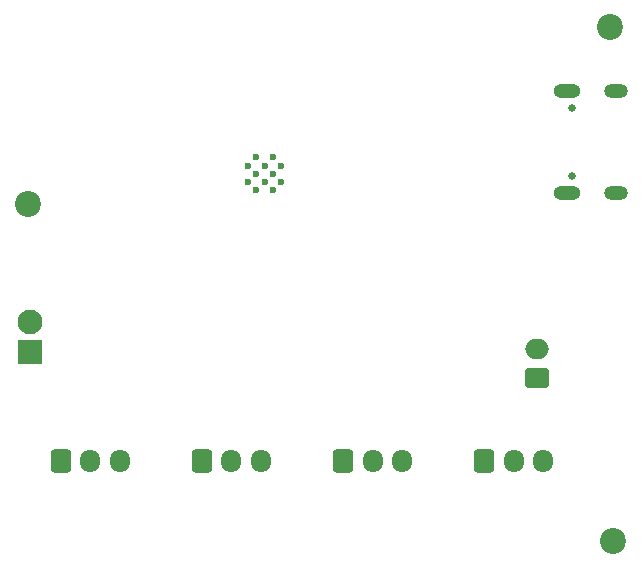
<source format=gbr>
%TF.GenerationSoftware,KiCad,Pcbnew,9.0.2*%
%TF.CreationDate,2025-06-22T20:13:16-07:00*%
%TF.ProjectId,Tesla Ambient Lighting,5465736c-6120-4416-9d62-69656e74204c,rev?*%
%TF.SameCoordinates,Original*%
%TF.FileFunction,Soldermask,Bot*%
%TF.FilePolarity,Negative*%
%FSLAX46Y46*%
G04 Gerber Fmt 4.6, Leading zero omitted, Abs format (unit mm)*
G04 Created by KiCad (PCBNEW 9.0.2) date 2025-06-22 20:13:16*
%MOMM*%
%LPD*%
G01*
G04 APERTURE LIST*
G04 Aperture macros list*
%AMRoundRect*
0 Rectangle with rounded corners*
0 $1 Rounding radius*
0 $2 $3 $4 $5 $6 $7 $8 $9 X,Y pos of 4 corners*
0 Add a 4 corners polygon primitive as box body*
4,1,4,$2,$3,$4,$5,$6,$7,$8,$9,$2,$3,0*
0 Add four circle primitives for the rounded corners*
1,1,$1+$1,$2,$3*
1,1,$1+$1,$4,$5*
1,1,$1+$1,$6,$7*
1,1,$1+$1,$8,$9*
0 Add four rect primitives between the rounded corners*
20,1,$1+$1,$2,$3,$4,$5,0*
20,1,$1+$1,$4,$5,$6,$7,0*
20,1,$1+$1,$6,$7,$8,$9,0*
20,1,$1+$1,$8,$9,$2,$3,0*%
G04 Aperture macros list end*
%ADD10C,2.200000*%
%ADD11RoundRect,0.250000X0.750000X-0.600000X0.750000X0.600000X-0.750000X0.600000X-0.750000X-0.600000X0*%
%ADD12O,2.000000X1.700000*%
%ADD13C,0.650000*%
%ADD14O,2.304000X1.204000*%
%ADD15O,2.004000X1.204000*%
%ADD16RoundRect,0.250000X-0.600000X-0.725000X0.600000X-0.725000X0.600000X0.725000X-0.600000X0.725000X0*%
%ADD17O,1.700000X1.950000*%
%ADD18RoundRect,0.250001X0.799999X-0.799999X0.799999X0.799999X-0.799999X0.799999X-0.799999X-0.799999X0*%
%ADD19C,2.100000*%
%ADD20C,0.600000*%
G04 APERTURE END LIST*
D10*
%TO.C,REF\u002A\u002A*%
X172000000Y-81250000D03*
%TD*%
D11*
%TO.C,J5*%
X165805000Y-111000000D03*
D12*
X165805000Y-108500000D03*
%TD*%
D13*
%TO.C,J6*%
X168820000Y-93890000D03*
X168820000Y-88110000D03*
D14*
X168320000Y-95320000D03*
X168320000Y-86680000D03*
D15*
X172500000Y-95320000D03*
X172500000Y-86680000D03*
%TD*%
D16*
%TO.C,J3*%
X149400000Y-118000000D03*
D17*
X151900000Y-118000000D03*
X154400000Y-118000000D03*
%TD*%
D16*
%TO.C,J2*%
X137450000Y-118000000D03*
D17*
X139950000Y-118000000D03*
X142450000Y-118000000D03*
%TD*%
D18*
%TO.C,J7*%
X122867500Y-108790000D03*
D19*
X122867500Y-106250000D03*
%TD*%
D16*
%TO.C,J4*%
X161350000Y-118000000D03*
D17*
X163850000Y-118000000D03*
X166350000Y-118000000D03*
%TD*%
D16*
%TO.C,J1*%
X125500000Y-118000000D03*
D17*
X128000000Y-118000000D03*
X130500000Y-118000000D03*
%TD*%
D10*
%TO.C,REF\u002A\u002A*%
X172250000Y-124750000D03*
%TD*%
%TO.C,REF\u002A\u002A*%
X122750000Y-96250000D03*
%TD*%
D20*
%TO.C,U1*%
X142050000Y-92310000D03*
X141350000Y-93010000D03*
X141350000Y-94410000D03*
X142050000Y-93710000D03*
X142050000Y-95110000D03*
X142750000Y-93010000D03*
X142750000Y-94410000D03*
X143450000Y-92310000D03*
X143450000Y-93710000D03*
X143450000Y-95110000D03*
X144150000Y-93010000D03*
X144150000Y-94410000D03*
%TD*%
M02*

</source>
